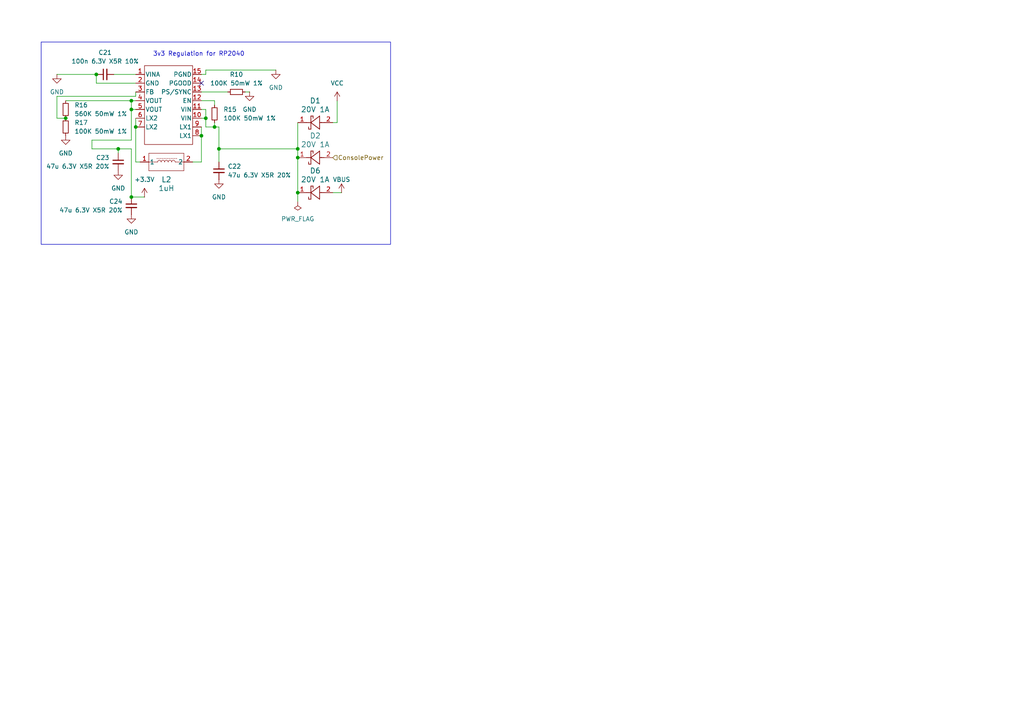
<source format=kicad_sch>
(kicad_sch (version 20231120) (generator "eeschema") (generator_version "8.0")
  (paper "A4")
  (lib_symbols
    (symbol "Device:C_Small" (pin_numbers hide) (pin_names (offset 0.254) hide)
      (property "Reference" "C" (at 0.254 1.778 0))
      (property "Value" "C_Small" (at 0.254 -2.032 0))
      (symbol "C_Small_0_1"
        (polyline (pts (xy -1.524 -0.508) (xy 1.524 -0.508)) (stroke (width 0.3302)))
        (polyline (pts (xy -1.524 0.508) (xy 1.524 0.508)) (stroke (width 0.3048)))
      )
      (symbol "C_Small_1_1"
        (pin passive line (at 0 2.54 270) (length 2.032) (name "~") (number "1"))
        (pin passive line (at 0 -2.54 90) (length 2.032) (name "~") (number "2"))
      )
    )
    (symbol "Device:R_Small" (pin_numbers hide) (pin_names (offset 0.254) hide)
      (property "Reference" "R" (at 0.762 0.508 0))
      (property "Value" "R_Small" (at 0.762 -1.016 0))
      (symbol "R_Small_0_1"
        (rectangle (start -0.762 1.778) (end 0.762 -1.778) (stroke (width 0.2032)))
      )
      (symbol "R_Small_1_1"
        (pin passive line (at 0 2.54 270) (length 0.762) (name "~") (number "1"))
        (pin passive line (at 0 -2.54 90) (length 0.762) (name "~") (number "2"))
      )
    )
    (symbol "GP2040-RE:Linear Regulator" (pin_names (offset 0.254))
      (property "Reference" "U" (at 7.366 5.08 0))
      (property "Value" "Linear Regulator" (at 7.366 2.54 0))
      (symbol "Linear Regulator_0_1"
        (pin passive line (at -2.54 -2.54 0) (length 2.54) (name "VINA") (number "1"))
        (pin power_in line (at 16.51 -15.24 180) (length 2.54) (name "VIN") (number "10"))
        (pin power_in line (at 16.51 -12.7 180) (length 2.54) (name "VIN") (number "11"))
        (pin input line (at 16.51 -10.16 180) (length 2.54) (name "EN") (number "12"))
        (pin input line (at 16.51 -7.62 180) (length 2.54) (name "PS/SYNC") (number "13"))
        (pin power_in line (at 16.51 -5.08 180) (length 2.54) (name "PGOOD") (number "14"))
        (pin power_in line (at 16.51 -2.54 180) (length 2.54) (name "PGND") (number "15"))
        (pin power_in line (at -2.54 -5.08 0) (length 2.54) (name "GND") (number "2"))
        (pin input line (at -2.54 -7.62 0) (length 2.54) (name "FB") (number "3"))
        (pin power_out line (at -2.54 -10.16 0) (length 2.54) (name "VOUT") (number "4"))
        (pin power_out line (at -2.54 -12.7 0) (length 2.54) (name "VOUT") (number "5"))
        (pin bidirectional line (at -2.54 -15.24 0) (length 2.54) (name "LX2") (number "6"))
        (pin bidirectional line (at -2.54 -17.78 0) (length 2.54) (name "LX2") (number "7"))
        (pin bidirectional line (at 16.51 -20.32 180) (length 2.54) (name "LX1") (number "8"))
        (pin bidirectional line (at 16.51 -17.78 180) (length 2.54) (name "LX1") (number "9"))
      )
      (symbol "Linear Regulator_1_1"
        (rectangle (start 0 0) (end 13.97 -22.86))
      )
    )
    (symbol "GP2040-RE:SRN2512-1R0M" (pin_names (offset 0.254))
      (property "Reference" "L" (at 12.7 7.62 0))
      (property "Value" "SRN2512-1R0M" (at 12.7 5.08 0))
      (property "DigiKey Part Number" "SRN2512-1R0MCT-ND" (at 0 0 0))
      (symbol "SRN2512-1R0M_0_1"
        (polyline (pts (xy 7.62 -2.54) (xy 17.78 -2.54)) (stroke (width 0.127)))
        (polyline (pts (xy 7.62 2.54) (xy 7.62 -2.54)) (stroke (width 0.127)))
        (polyline (pts (xy 9.906 1.016) (xy 10.16 1.016)) (stroke (width 0.127)))
        (polyline (pts (xy 10.16 0) (xy 7.62 0)) (stroke (width 0.127)))
        (polyline (pts (xy 10.414 1.016) (xy 10.668 1.016)) (stroke (width 0.127)))
        (polyline (pts (xy 10.922 1.016) (xy 11.176 1.016)) (stroke (width 0.127)))
        (polyline (pts (xy 11.43 1.016) (xy 11.684 1.016)) (stroke (width 0.127)))
        (polyline (pts (xy 11.938 1.016) (xy 12.192 1.016)) (stroke (width 0.127)))
        (polyline (pts (xy 12.446 1.016) (xy 12.7 1.016)) (stroke (width 0.127)))
        (polyline (pts (xy 12.954 1.016) (xy 13.208 1.016)) (stroke (width 0.127)))
        (polyline (pts (xy 13.462 1.016) (xy 13.716 1.016)) (stroke (width 0.127)))
        (polyline (pts (xy 13.97 1.016) (xy 14.224 1.016)) (stroke (width 0.127)))
        (polyline (pts (xy 14.478 1.016) (xy 14.732 1.016)) (stroke (width 0.127)))
        (polyline (pts (xy 14.986 1.016) (xy 15.24 1.016)) (stroke (width 0.127)))
        (polyline (pts (xy 15.24 0) (xy 17.78 0)) (stroke (width 0.127)))
        (polyline (pts (xy 15.494 1.016) (xy 15.748 1.016)) (stroke (width 0.127)))
        (polyline (pts (xy 17.78 -2.54) (xy 17.78 2.54)) (stroke (width 0.127)))
        (polyline (pts (xy 17.78 2.54) (xy 7.62 2.54)) (stroke (width 0.127)))
        (arc (start 11.176 0) (mid 10.668 0.5058) (end 10.16 0) (stroke (width 0.127)))
        (arc (start 12.192 0) (mid 11.684 0.5058) (end 11.176 0) (stroke (width 0.127)))
        (arc (start 13.208 0) (mid 12.7 0.5058) (end 12.192 0) (stroke (width 0.127)))
        (arc (start 14.224 0) (mid 13.716 0.5058) (end 13.208 0) (stroke (width 0.127)))
        (arc (start 15.24 0) (mid 14.732 0.5058) (end 14.224 0) (stroke (width 0.127)))
        (pin passive line (at 5.08 0 0) (length 2.54) (name "1") (number "1"))
        (pin passive line (at 20.32 0 180) (length 2.54) (name "2") (number "2"))
      )
    )
    (symbol "GP2040-RE:Schottky" (pin_names (offset 0.254))
      (property "Reference" "D" (at 5.08 4.445 0))
      (property "Value" "20V 1A" (at 5.08 -3.81 0))
      (symbol "Schottky_0_1"
        (polyline (pts (xy 2.54 0) (xy 3.4798 0)) (stroke (width 0.2032)))
        (polyline (pts (xy 3.175 0) (xy 3.81 0)) (stroke (width 0.2032)))
        (polyline (pts (xy 3.81 -1.905) (xy 6.35 0)) (stroke (width 0.2032)))
        (polyline (pts (xy 3.81 1.905) (xy 3.81 -1.905)) (stroke (width 0.2032)))
        (polyline (pts (xy 5.715 -1.905) (xy 5.715 -1.27)) (stroke (width 0.2032)))
        (polyline (pts (xy 6.35 -1.905) (xy 5.715 -1.905)) (stroke (width 0.2032)))
        (polyline (pts (xy 6.35 -1.905) (xy 6.35 1.905)) (stroke (width 0.2032)))
        (polyline (pts (xy 6.35 0) (xy 3.81 1.905)) (stroke (width 0.2032)))
        (polyline (pts (xy 6.35 0) (xy 7.62 0)) (stroke (width 0.2032)))
        (polyline (pts (xy 6.35 1.905) (xy 6.985 1.905)) (stroke (width 0.2032)))
        (polyline (pts (xy 6.985 1.905) (xy 6.985 1.27)) (stroke (width 0.2032)))
        (pin passive line (at 10.16 0 180) (length 2.54) (name "") (number "1"))
        (pin passive line (at 0 0 0) (length 2.54) (name "") (number "2"))
      )
    )
    (symbol "power:+3.3V" (power) (pin_numbers hide) (pin_names (offset 0) hide)
      (property "Value" "+3.3V" (at 0 3.556 0))
      (symbol "+3.3V_0_1"
        (polyline (pts (xy -0.762 1.27) (xy 0 2.54)))
        (polyline (pts (xy 0 0) (xy 0 2.54)))
        (polyline (pts (xy 0 2.54) (xy 0.762 1.27)))
      )
      (symbol "+3.3V_1_1"
        (pin power_in line (at 0 0 90) (length 0) (name "~") (number "1"))
      )
    )
    (symbol "power:GND" (power) (pin_numbers hide) (pin_names (offset 0) hide)
      (property "Value" "GND" (at 0 -3.81 0))
      (symbol "GND_0_1"
        (polyline (pts (xy 0 0) (xy 0 -1.27) (xy 1.27 -1.27) (xy 0 -2.54) (xy -1.27 -1.27) (xy 0 -1.27)))
      )
      (symbol "GND_1_1"
        (pin power_in line (at 0 0 270) (length 0) (name "~") (number "1"))
      )
    )
    (symbol "power:PWR_FLAG" (power) (pin_numbers hide) (pin_names (offset 0) hide)
      (property "Value" "PWR_FLAG" (at 0 3.81 0))
      (symbol "PWR_FLAG_0_0"
        (pin power_out line (at 0 0 90) (length 0) (name "~") (number "1"))
      )
      (symbol "PWR_FLAG_0_1"
        (polyline (pts (xy 0 0) (xy 0 1.27) (xy -1.016 1.905) (xy 0 2.54) (xy 1.016 1.905) (xy 0 1.27)))
      )
    )
    (symbol "power:VBUS" (power) (pin_numbers hide) (pin_names (offset 0) hide)
      (property "Value" "VBUS" (at 0 3.556 0))
      (symbol "VBUS_0_1"
        (polyline (pts (xy -0.762 1.27) (xy 0 2.54)))
        (polyline (pts (xy 0 0) (xy 0 2.54)))
        (polyline (pts (xy 0 2.54) (xy 0.762 1.27)))
      )
      (symbol "VBUS_1_1"
        (pin power_in line (at 0 0 90) (length 0) (name "~") (number "1"))
      )
    )
    (symbol "power:VCC" (power) (pin_numbers hide) (pin_names (offset 0) hide)
      (property "Value" "VCC" (at 0 3.556 0))
      (symbol "VCC_0_1"
        (polyline (pts (xy -0.762 1.27) (xy 0 2.54)))
        (polyline (pts (xy 0 0) (xy 0 2.54)))
        (polyline (pts (xy 0 2.54) (xy 0.762 1.27)))
      )
      (symbol "VCC_1_1"
        (pin power_in line (at 0 0 90) (length 0) (name "~") (number "1"))
      )
    )
  )
  (junction (at 86.36 43.18))
  (junction (at 38.1 57.15))
  (junction (at 27.94 21.59))
  (junction (at 39.37 36.83))
  (junction (at 19.05 34.29))
  (junction (at 58.42 39.37))
  (junction (at 34.29 43.18))
  (junction (at 38.1 31.75))
  (junction (at 86.36 45.72))
  (junction (at 63.5 43.18))
  (junction (at 59.69 34.29))
  (junction (at 38.1 29.21))
  (junction (at 62.23 36.83))
  (junction (at 86.36 55.88))
  (no_connect (at 58.42 24.13))
  (wire (pts (xy 62.23 36.83) (xy 59.69 36.83)))
  (wire (pts (xy 86.36 55.88) (xy 86.36 58.42)))
  (wire (pts (xy 86.36 43.18) (xy 86.36 45.72)))
  (wire (pts (xy 26.67 43.18) (xy 34.29 43.18)))
  (wire (pts (xy 63.5 43.18) (xy 86.36 43.18)))
  (wire (pts (xy 96.52 55.88) (xy 99.06 55.88)))
  (wire (pts (xy 58.42 36.83) (xy 58.42 39.37)))
  (wire (pts (xy 16.51 21.59) (xy 27.94 21.59)))
  (wire (pts (xy 58.42 31.75) (xy 59.69 31.75)))
  (wire (pts (xy 38.1 29.21) (xy 38.1 31.75)))
  (wire (pts (xy 34.29 43.18) (xy 38.1 43.18)))
  (wire (pts (xy 59.69 20.32) (xy 80.01 20.32)))
  (wire (pts (xy 26.67 40.64) (xy 38.1 40.64)))
  (wire (pts (xy 97.79 29.21) (xy 97.79 35.56)))
  (wire (pts (xy 38.1 43.18) (xy 38.1 57.15)))
  (wire (pts (xy 39.37 34.29) (xy 39.37 36.83)))
  (wire (pts (xy 63.5 46.99) (xy 63.5 43.18)))
  (wire (pts (xy 72.39 26.67) (xy 71.12 26.67)))
  (wire (pts (xy 58.42 29.21) (xy 62.23 29.21)))
  (wire (pts (xy 26.67 40.64) (xy 26.67 43.18)))
  (wire (pts (xy 66.04 26.67) (xy 58.42 26.67)))
  (wire (pts (xy 34.29 43.18) (xy 34.29 44.45)))
  (wire (pts (xy 86.36 45.72) (xy 86.36 55.88)))
  (wire (pts (xy 38.1 31.75) (xy 39.37 31.75)))
  (wire (pts (xy 38.1 57.15) (xy 41.91 57.15)))
  (wire (pts (xy 63.5 36.83) (xy 63.5 43.18)))
  (wire (pts (xy 39.37 21.59) (xy 33.02 21.59)))
  (wire (pts (xy 38.1 40.64) (xy 38.1 31.75)))
  (wire (pts (xy 39.37 36.83) (xy 39.37 46.99)))
  (wire (pts (xy 38.1 29.21) (xy 39.37 29.21)))
  (wire (pts (xy 59.69 20.32) (xy 59.69 21.59)))
  (wire (pts (xy 59.69 31.75) (xy 59.69 34.29)))
  (wire (pts (xy 86.36 35.56) (xy 86.36 43.18)))
  (wire (pts (xy 19.05 34.29) (xy 16.51 34.29)))
  (wire (pts (xy 62.23 35.56) (xy 62.23 36.83)))
  (wire (pts (xy 59.69 34.29) (xy 58.42 34.29)))
  (wire (pts (xy 27.94 21.59) (xy 27.94 24.13)))
  (wire (pts (xy 97.79 35.56) (xy 96.52 35.56)))
  (wire (pts (xy 55.88 46.99) (xy 58.42 46.99)))
  (wire (pts (xy 62.23 29.21) (xy 62.23 30.48)))
  (wire (pts (xy 58.42 39.37) (xy 58.42 46.99)))
  (wire (pts (xy 16.51 34.29) (xy 16.51 27.94)))
  (wire (pts (xy 16.51 27.94) (xy 39.37 27.94)))
  (wire (pts (xy 27.94 24.13) (xy 39.37 24.13)))
  (wire (pts (xy 63.5 36.83) (xy 62.23 36.83)))
  (wire (pts (xy 59.69 34.29) (xy 59.69 36.83)))
  (wire (pts (xy 40.64 46.99) (xy 39.37 46.99)))
  (wire (pts (xy 19.05 29.21) (xy 38.1 29.21)))
  (wire (pts (xy 39.37 27.94) (xy 39.37 26.67)))
  (wire (pts (xy 59.69 21.59) (xy 58.42 21.59)))
  (rectangle (start 11.938 12.192) (end 113.284 70.866))
  (text "3v3 Regulation for RP2040" (at 57.658 15.748 0) (effects (font (size 1.27 1.27))))
  (hierarchical_label "ConsolePower" (shape input) (at 96.52 45.72 0))
  (symbol (lib_id "power:VBUS") (at 99.06 55.88 0) (unit 1)
    (property "Reference" "#PWR074" (effects (hide yes)))
    (property "Value" "VBUS" (at 99.06 52.07 0))
    (property "Description" "Power symbol creates a global label with name \"VBUS\"" (effects (hide yes)))
  )
  (symbol (lib_id "power:GND") (at 72.39 26.67 0) (unit 1)
    (property "Reference" "#PWR057" (effects (hide yes)))
    (property "Value" "GND" (at 72.39 31.75 0))
    (property "Description" "Power symbol creates a global label with name \"GND\" , ground" (effects (hide yes)))
  )
  (symbol (lib_id "Device:C_Small") (at 30.48 21.59 90) (unit 1)
    (property "Reference" "C21" (at 30.4863 15.24 90))
    (property "Value" "100n 6.3V X5R 10%" (at 30.4863 17.78 90))
    (property "Footprint" "Capacitor_SMD:C_0603_1608Metric" (effects (hide yes)))
    (property "Description" "Unpolarized capacitor, small symbol" (effects (hide yes)))
    (property "DigiKey Part Number" "399-17575-1-ND " (effects (hide yes)))
  )
  (symbol (lib_id "GP2040-RE:Schottky") (at 96.52 45.72 180) (unit 1)
    (property "Reference" "D2" (at 91.44 39.37 0) (effects (font (size 1.524 1.524))))
    (property "Value" "20V 1A" (at 91.44 41.91 0) (effects (font (size 1.524 1.524))))
    (property "Footprint" "GP2040-RE:SDO_SOD-123FL_ONS" (effects (hide yes)))
    (property "Datasheet" "https://www.onsemi.com/pdf/datasheet/mbr120vlsft1-d.pdf" (effects (hide yes)))
    (property "Description" "DIODE SCHOTTKY 20V 1A SOD123FL" (effects (hide yes)))
    (property "DigiKey Part Number" "MBR120VLSFT1GOSCT-ND" (effects (hide yes)))
  )
  (symbol (lib_id "GP2040-RE:Schottky") (at 96.52 35.56 180) (unit 1)
    (property "Reference" "D1" (at 91.44 29.21 0) (effects (font (size 1.524 1.524))))
    (property "Value" "20V 1A" (at 91.44 31.75 0) (effects (font (size 1.524 1.524))))
    (property "Footprint" "GP2040-RE:SDO_SOD-123FL_ONS" (effects (hide yes)))
    (property "Datasheet" "https://www.onsemi.com/pdf/datasheet/mbr120vlsft1-d.pdf" (effects (hide yes)))
    (property "Description" "DIODE SCHOTTKY 20V 1A SOD123FL" (effects (hide yes)))
    (property "DigiKey Part Number" "MBR120VLSFT1GOSCT-ND" (effects (hide yes)))
  )
  (symbol (lib_id "power:PWR_FLAG") (at 86.36 58.42 180) (unit 1)
    (property "Reference" "#FLG01" (effects (hide yes)))
    (property "Value" "PWR_FLAG" (at 86.36 63.5 0))
    (property "Description" "Special symbol for telling ERC where power comes from" (effects (hide yes)))
  )
  (symbol (lib_id "power:GND") (at 19.05 39.37 0) (unit 1)
    (property "Reference" "#PWR073" (effects (hide yes)))
    (property "Value" "GND" (at 19.05 44.45 0))
    (property "Description" "Power symbol creates a global label with name \"GND\" , ground" (effects (hide yes)))
  )
  (symbol (lib_id "power:VCC") (at 97.79 29.21 0) (unit 1)
    (property "Reference" "#PWR066" (effects (hide yes)))
    (property "Value" "VCC" (at 97.79 24.13 0))
    (property "Description" "Power symbol creates a global label with name \"VCC\"" (effects (hide yes)))
  )
  (symbol (lib_id "Device:R_Small") (at 19.05 31.75 0) (unit 1)
    (property "Reference" "R16" (at 21.59 30.4799 0) (effects (justify left)))
    (property "Value" "560K 50mW 1%" (at 21.59 33.0199 0) (effects (justify left)))
    (property "Footprint" "Resistor_SMD:R_0603_1608Metric" (effects (hide yes)))
    (property "Description" "Resistor, small symbol" (effects (hide yes)))
    (property "DigiKey Part Number" "P560KHCT-ND" (effects (hide yes)))
  )
  (symbol (lib_id "power:GND") (at 34.29 49.53 0) (unit 1)
    (property "Reference" "#PWR076" (effects (hide yes)))
    (property "Value" "GND" (at 34.29 54.61 0))
    (property "Description" "Power symbol creates a global label with name \"GND\" , ground" (effects (hide yes)))
  )
  (symbol (lib_id "power:GND") (at 63.5 52.07 0) (unit 1)
    (property "Reference" "#PWR075" (effects (hide yes)))
    (property "Value" "GND" (at 63.5 57.15 0))
    (property "Description" "Power symbol creates a global label with name \"GND\" , ground" (effects (hide yes)))
  )
  (symbol (lib_id "Device:R_Small") (at 62.23 33.02 0) (unit 1)
    (property "Reference" "R15" (at 64.77 31.7499 0) (effects (justify left)))
    (property "Value" "100K 50mW 1%" (at 64.77 34.2899 0) (effects (justify left)))
    (property "Footprint" "Resistor_SMD:R_0603_1608Metric" (effects (hide yes)))
    (property "Description" "Resistor, small symbol" (effects (hide yes)))
    (property "DigiKey Part Number" "P100KHCT-ND" (effects (hide yes)))
  )
  (symbol (lib_id "Device:C_Small") (at 63.5 49.53 0) (unit 1)
    (property "Reference" "C22" (at 66.04 48.2662 0) (effects (justify left)))
    (property "Value" "47u 6.3V X5R 20%" (at 66.04 50.8062 0) (effects (justify left)))
    (property "Footprint" "Capacitor_SMD:C_0603_1608Metric" (effects (hide yes)))
    (property "Description" "Unpolarized capacitor, small symbol" (effects (hide yes)))
    (property "DigiKey Part Number" "1276-CL10A476MQ8QRNCCT-ND" (effects (hide yes)))
  )
  (symbol (lib_id "Device:C_Small") (at 38.1 59.69 0) (unit 1)
    (property "Reference" "C24" (at 35.56 58.4262 0) (effects (justify right)))
    (property "Value" "47u 6.3V X5R 20%" (at 35.56 60.9662 0) (effects (justify right)))
    (property "Footprint" "Capacitor_SMD:C_0603_1608Metric" (effects (hide yes)))
    (property "Description" "Unpolarized capacitor, small symbol" (effects (hide yes)))
    (property "DigiKey Part Number" "1276-CL10A476MQ8QRNCCT-ND" (effects (hide yes)))
  )
  (symbol (lib_id "GP2040-RE:Linear Regulator") (at 41.91 19.05 0) (unit 1)
    (property "Reference" "U5" (effects (hide yes)))
    (property "Value" "Linear Regulator" (effects (hide yes)))
    (property "Footprint" "GP2040-RE:QFN_4AGQW_RIT" (effects (hide yes)))
    (property "Datasheet" "https://www.richtek.com/SaveDownload.aspx?specid=RT6154A/RT6154B" (effects (hide yes)))
    (property "Description" "IC REG BUCK-BOOST ADJ 4A 14WDFN" (effects (hide yes)))
    (property "DigiKey Part Number" "1028-1338-1-ND" (effects (hide yes)))
  )
  (symbol (lib_id "GP2040-RE:SRN2512-1R0M") (at 35.56 46.99 0) (unit 1)
    (property "Reference" "L2" (at 48.26 52.07 0) (effects (font (size 1.524 1.524))))
    (property "Value" "1uH" (at 48.26 54.61 0) (effects (font (size 1.524 1.524))))
    (property "Footprint" "GP2040-RE:IND_SRN2512_BRN" (effects (hide yes)))
    (property "Datasheet" "https://www.bourns.com/docs/Product-Datasheets/SRN2512.pdf" (effects (hide yes)))
    (property "Description" "FIXED IND 1UH 3.5A 57 MOHM SMD" (effects (hide yes)))
    (property "DigiKey Part Number" "SRN2512-1R0MCT-ND" (effects (hide yes)))
  )
  (symbol (lib_id "power:GND") (at 38.1 62.23 0) (unit 1)
    (property "Reference" "#PWR077" (effects (hide yes)))
    (property "Value" "GND" (at 38.1 67.31 0))
    (property "Description" "Power symbol creates a global label with name \"GND\" , ground" (effects (hide yes)))
  )
  (symbol (lib_id "Device:C_Small") (at 34.29 46.99 0) (unit 1)
    (property "Reference" "C23" (at 31.75 45.7262 0) (effects (justify right)))
    (property "Value" "47u 6.3V X5R 20%" (at 31.75 48.2662 0) (effects (justify right)))
    (property "Footprint" "Capacitor_SMD:C_0603_1608Metric" (effects (hide yes)))
    (property "Description" "Unpolarized capacitor, small symbol" (effects (hide yes)))
    (property "DigiKey Part Number" "1276-CL10A476MQ8QRNCCT-ND" (effects (hide yes)))
  )
  (symbol (lib_id "Device:R_Small") (at 19.05 36.83 0) (unit 1)
    (property "Reference" "R17" (at 21.59 35.5599 0) (effects (justify left)))
    (property "Value" "100K 50mW 1%" (at 21.59 38.0999 0) (effects (justify left)))
    (property "Footprint" "Resistor_SMD:R_0603_1608Metric" (effects (hide yes)))
    (property "Description" "Resistor, small symbol" (effects (hide yes)))
    (property "DigiKey Part Number" "P100KHCT-ND" (effects (hide yes)))
  )
  (symbol (lib_id "GP2040-RE:Schottky") (at 96.52 55.88 180) (unit 1)
    (property "Reference" "D6" (at 91.44 49.53 0) (effects (font (size 1.524 1.524))))
    (property "Value" "20V 1A" (at 91.44 52.07 0) (effects (font (size 1.524 1.524))))
    (property "Footprint" "GP2040-RE:SDO_SOD-123FL_ONS" (effects (hide yes)))
    (property "Datasheet" "https://www.onsemi.com/pdf/datasheet/mbr120vlsft1-d.pdf" (effects (hide yes)))
    (property "Description" "DIODE SCHOTTKY 20V 1A SOD123FL" (effects (hide yes)))
    (property "DigiKey Part Number" "MBR120VLSFT1GOSCT-ND" (effects (hide yes)))
  )
  (symbol (lib_id "power:+3.3V") (at 41.91 57.15 0) (unit 1)
    (property "Reference" "#PWR078" (effects (hide yes)))
    (property "Value" "+3.3V" (at 41.91 52.07 0))
    (property "Description" "Power symbol creates a global label with name \"+3.3V\"" (effects (hide yes)))
  )
  (symbol (lib_id "power:GND") (at 80.01 20.32 0) (unit 1)
    (property "Reference" "#PWR037" (effects (hide yes)))
    (property "Value" "GND" (at 80.01 25.4 0))
    (property "Description" "Power symbol creates a global label with name \"GND\" , ground" (effects (hide yes)))
  )
  (symbol (lib_id "Device:R_Small") (at 68.58 26.67 270) (unit 1)
    (property "Reference" "R10" (at 68.58 21.59 90))
    (property "Value" "100K 50mW 1%" (at 68.58 24.13 90))
    (property "Footprint" "Resistor_SMD:R_0603_1608Metric" (effects (hide yes)))
    (property "Description" "Resistor, small symbol" (effects (hide yes)))
    (property "DigiKey Part Number" "P100KHCT-ND" (effects (hide yes)))
  )
  (symbol (lib_id "power:GND") (at 16.51 21.59 0) (unit 1)
    (property "Reference" "#PWR058" (effects (hide yes)))
    (property "Value" "GND" (at 16.51 26.67 0))
    (property "Description" "Power symbol creates a global label with name \"GND\" , ground" (effects (hide yes)))
  )
)
</source>
